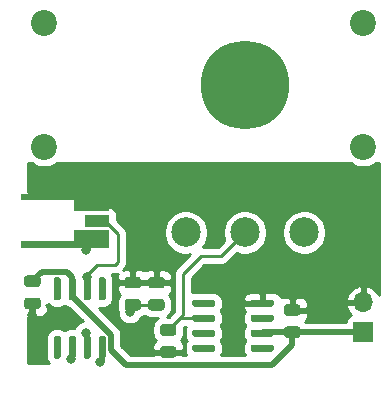
<source format=gtl>
G04 #@! TF.GenerationSoftware,KiCad,Pcbnew,(5.1.6-0-10_14)*
G04 #@! TF.CreationDate,2020-10-13T19:53:42+09:00*
G04 #@! TF.ProjectId,teabiscuits_compute,74656162-6973-4637-9569-74735f636f6d,rev?*
G04 #@! TF.SameCoordinates,Original*
G04 #@! TF.FileFunction,Copper,L1,Top*
G04 #@! TF.FilePolarity,Positive*
%FSLAX46Y46*%
G04 Gerber Fmt 4.6, Leading zero omitted, Abs format (unit mm)*
G04 Created by KiCad (PCBNEW (5.1.6-0-10_14)) date 2020-10-13 19:53:42*
%MOMM*%
%LPD*%
G01*
G04 APERTURE LIST*
G04 #@! TA.AperFunction,ComponentPad*
%ADD10C,2.500000*%
G04 #@! TD*
G04 #@! TA.AperFunction,ComponentPad*
%ADD11C,7.500000*%
G04 #@! TD*
G04 #@! TA.AperFunction,SMDPad,CuDef*
%ADD12C,0.100000*%
G04 #@! TD*
G04 #@! TA.AperFunction,SMDPad,CuDef*
%ADD13R,2.100000X1.100000*%
G04 #@! TD*
G04 #@! TA.AperFunction,ComponentPad*
%ADD14O,1.700000X1.700000*%
G04 #@! TD*
G04 #@! TA.AperFunction,ComponentPad*
%ADD15R,1.700000X1.700000*%
G04 #@! TD*
G04 #@! TA.AperFunction,ViaPad*
%ADD16C,2.200000*%
G04 #@! TD*
G04 #@! TA.AperFunction,ViaPad*
%ADD17C,0.800000*%
G04 #@! TD*
G04 #@! TA.AperFunction,Conductor*
%ADD18C,0.500000*%
G04 #@! TD*
G04 #@! TA.AperFunction,Conductor*
%ADD19C,0.250000*%
G04 #@! TD*
G04 #@! TA.AperFunction,Conductor*
%ADD20C,0.254000*%
G04 #@! TD*
G04 APERTURE END LIST*
D10*
X156500000Y-165750000D03*
X161500000Y-165750000D03*
X151500000Y-165750000D03*
D11*
X156500000Y-153250000D03*
G04 #@! TA.AperFunction,SMDPad,CuDef*
G36*
G01*
X153975000Y-175390000D02*
X153975000Y-175690000D01*
G75*
G02*
X153825000Y-175840000I-150000J0D01*
G01*
X152175000Y-175840000D01*
G75*
G02*
X152025000Y-175690000I0J150000D01*
G01*
X152025000Y-175390000D01*
G75*
G02*
X152175000Y-175240000I150000J0D01*
G01*
X153825000Y-175240000D01*
G75*
G02*
X153975000Y-175390000I0J-150000D01*
G01*
G37*
G04 #@! TD.AperFunction*
G04 #@! TA.AperFunction,SMDPad,CuDef*
G36*
G01*
X153975000Y-174120000D02*
X153975000Y-174420000D01*
G75*
G02*
X153825000Y-174570000I-150000J0D01*
G01*
X152175000Y-174570000D01*
G75*
G02*
X152025000Y-174420000I0J150000D01*
G01*
X152025000Y-174120000D01*
G75*
G02*
X152175000Y-173970000I150000J0D01*
G01*
X153825000Y-173970000D01*
G75*
G02*
X153975000Y-174120000I0J-150000D01*
G01*
G37*
G04 #@! TD.AperFunction*
G04 #@! TA.AperFunction,SMDPad,CuDef*
G36*
G01*
X153975000Y-172850000D02*
X153975000Y-173150000D01*
G75*
G02*
X153825000Y-173300000I-150000J0D01*
G01*
X152175000Y-173300000D01*
G75*
G02*
X152025000Y-173150000I0J150000D01*
G01*
X152025000Y-172850000D01*
G75*
G02*
X152175000Y-172700000I150000J0D01*
G01*
X153825000Y-172700000D01*
G75*
G02*
X153975000Y-172850000I0J-150000D01*
G01*
G37*
G04 #@! TD.AperFunction*
G04 #@! TA.AperFunction,SMDPad,CuDef*
G36*
G01*
X153975000Y-171580000D02*
X153975000Y-171880000D01*
G75*
G02*
X153825000Y-172030000I-150000J0D01*
G01*
X152175000Y-172030000D01*
G75*
G02*
X152025000Y-171880000I0J150000D01*
G01*
X152025000Y-171580000D01*
G75*
G02*
X152175000Y-171430000I150000J0D01*
G01*
X153825000Y-171430000D01*
G75*
G02*
X153975000Y-171580000I0J-150000D01*
G01*
G37*
G04 #@! TD.AperFunction*
G04 #@! TA.AperFunction,SMDPad,CuDef*
G36*
G01*
X158925000Y-171580000D02*
X158925000Y-171880000D01*
G75*
G02*
X158775000Y-172030000I-150000J0D01*
G01*
X157125000Y-172030000D01*
G75*
G02*
X156975000Y-171880000I0J150000D01*
G01*
X156975000Y-171580000D01*
G75*
G02*
X157125000Y-171430000I150000J0D01*
G01*
X158775000Y-171430000D01*
G75*
G02*
X158925000Y-171580000I0J-150000D01*
G01*
G37*
G04 #@! TD.AperFunction*
G04 #@! TA.AperFunction,SMDPad,CuDef*
G36*
G01*
X158925000Y-172850000D02*
X158925000Y-173150000D01*
G75*
G02*
X158775000Y-173300000I-150000J0D01*
G01*
X157125000Y-173300000D01*
G75*
G02*
X156975000Y-173150000I0J150000D01*
G01*
X156975000Y-172850000D01*
G75*
G02*
X157125000Y-172700000I150000J0D01*
G01*
X158775000Y-172700000D01*
G75*
G02*
X158925000Y-172850000I0J-150000D01*
G01*
G37*
G04 #@! TD.AperFunction*
G04 #@! TA.AperFunction,SMDPad,CuDef*
G36*
G01*
X158925000Y-174120000D02*
X158925000Y-174420000D01*
G75*
G02*
X158775000Y-174570000I-150000J0D01*
G01*
X157125000Y-174570000D01*
G75*
G02*
X156975000Y-174420000I0J150000D01*
G01*
X156975000Y-174120000D01*
G75*
G02*
X157125000Y-173970000I150000J0D01*
G01*
X158775000Y-173970000D01*
G75*
G02*
X158925000Y-174120000I0J-150000D01*
G01*
G37*
G04 #@! TD.AperFunction*
G04 #@! TA.AperFunction,SMDPad,CuDef*
G36*
G01*
X158925000Y-175390000D02*
X158925000Y-175690000D01*
G75*
G02*
X158775000Y-175840000I-150000J0D01*
G01*
X157125000Y-175840000D01*
G75*
G02*
X156975000Y-175690000I0J150000D01*
G01*
X156975000Y-175390000D01*
G75*
G02*
X157125000Y-175240000I150000J0D01*
G01*
X158775000Y-175240000D01*
G75*
G02*
X158925000Y-175390000I0J-150000D01*
G01*
G37*
G04 #@! TD.AperFunction*
G04 #@! TA.AperFunction,SMDPad,CuDef*
G36*
G01*
X140745000Y-171500000D02*
X140445000Y-171500000D01*
G75*
G02*
X140295000Y-171350000I0J150000D01*
G01*
X140295000Y-169700000D01*
G75*
G02*
X140445000Y-169550000I150000J0D01*
G01*
X140745000Y-169550000D01*
G75*
G02*
X140895000Y-169700000I0J-150000D01*
G01*
X140895000Y-171350000D01*
G75*
G02*
X140745000Y-171500000I-150000J0D01*
G01*
G37*
G04 #@! TD.AperFunction*
G04 #@! TA.AperFunction,SMDPad,CuDef*
G36*
G01*
X142015000Y-171500000D02*
X141715000Y-171500000D01*
G75*
G02*
X141565000Y-171350000I0J150000D01*
G01*
X141565000Y-169700000D01*
G75*
G02*
X141715000Y-169550000I150000J0D01*
G01*
X142015000Y-169550000D01*
G75*
G02*
X142165000Y-169700000I0J-150000D01*
G01*
X142165000Y-171350000D01*
G75*
G02*
X142015000Y-171500000I-150000J0D01*
G01*
G37*
G04 #@! TD.AperFunction*
G04 #@! TA.AperFunction,SMDPad,CuDef*
G36*
G01*
X143285000Y-171500000D02*
X142985000Y-171500000D01*
G75*
G02*
X142835000Y-171350000I0J150000D01*
G01*
X142835000Y-169700000D01*
G75*
G02*
X142985000Y-169550000I150000J0D01*
G01*
X143285000Y-169550000D01*
G75*
G02*
X143435000Y-169700000I0J-150000D01*
G01*
X143435000Y-171350000D01*
G75*
G02*
X143285000Y-171500000I-150000J0D01*
G01*
G37*
G04 #@! TD.AperFunction*
G04 #@! TA.AperFunction,SMDPad,CuDef*
G36*
G01*
X144555000Y-171500000D02*
X144255000Y-171500000D01*
G75*
G02*
X144105000Y-171350000I0J150000D01*
G01*
X144105000Y-169700000D01*
G75*
G02*
X144255000Y-169550000I150000J0D01*
G01*
X144555000Y-169550000D01*
G75*
G02*
X144705000Y-169700000I0J-150000D01*
G01*
X144705000Y-171350000D01*
G75*
G02*
X144555000Y-171500000I-150000J0D01*
G01*
G37*
G04 #@! TD.AperFunction*
G04 #@! TA.AperFunction,SMDPad,CuDef*
G36*
G01*
X144555000Y-176450000D02*
X144255000Y-176450000D01*
G75*
G02*
X144105000Y-176300000I0J150000D01*
G01*
X144105000Y-174650000D01*
G75*
G02*
X144255000Y-174500000I150000J0D01*
G01*
X144555000Y-174500000D01*
G75*
G02*
X144705000Y-174650000I0J-150000D01*
G01*
X144705000Y-176300000D01*
G75*
G02*
X144555000Y-176450000I-150000J0D01*
G01*
G37*
G04 #@! TD.AperFunction*
G04 #@! TA.AperFunction,SMDPad,CuDef*
G36*
G01*
X143285000Y-176450000D02*
X142985000Y-176450000D01*
G75*
G02*
X142835000Y-176300000I0J150000D01*
G01*
X142835000Y-174650000D01*
G75*
G02*
X142985000Y-174500000I150000J0D01*
G01*
X143285000Y-174500000D01*
G75*
G02*
X143435000Y-174650000I0J-150000D01*
G01*
X143435000Y-176300000D01*
G75*
G02*
X143285000Y-176450000I-150000J0D01*
G01*
G37*
G04 #@! TD.AperFunction*
G04 #@! TA.AperFunction,SMDPad,CuDef*
G36*
G01*
X142015000Y-176450000D02*
X141715000Y-176450000D01*
G75*
G02*
X141565000Y-176300000I0J150000D01*
G01*
X141565000Y-174650000D01*
G75*
G02*
X141715000Y-174500000I150000J0D01*
G01*
X142015000Y-174500000D01*
G75*
G02*
X142165000Y-174650000I0J-150000D01*
G01*
X142165000Y-176300000D01*
G75*
G02*
X142015000Y-176450000I-150000J0D01*
G01*
G37*
G04 #@! TD.AperFunction*
G04 #@! TA.AperFunction,SMDPad,CuDef*
G36*
G01*
X140745000Y-176450000D02*
X140445000Y-176450000D01*
G75*
G02*
X140295000Y-176300000I0J150000D01*
G01*
X140295000Y-174650000D01*
G75*
G02*
X140445000Y-174500000I150000J0D01*
G01*
X140745000Y-174500000D01*
G75*
G02*
X140895000Y-174650000I0J-150000D01*
G01*
X140895000Y-176300000D01*
G75*
G02*
X140745000Y-176450000I-150000J0D01*
G01*
G37*
G04 #@! TD.AperFunction*
G04 #@! TA.AperFunction,SMDPad,CuDef*
G36*
G01*
X147456250Y-170487500D02*
X146543750Y-170487500D01*
G75*
G02*
X146300000Y-170243750I0J243750D01*
G01*
X146300000Y-169756250D01*
G75*
G02*
X146543750Y-169512500I243750J0D01*
G01*
X147456250Y-169512500D01*
G75*
G02*
X147700000Y-169756250I0J-243750D01*
G01*
X147700000Y-170243750D01*
G75*
G02*
X147456250Y-170487500I-243750J0D01*
G01*
G37*
G04 #@! TD.AperFunction*
G04 #@! TA.AperFunction,SMDPad,CuDef*
G36*
G01*
X147456250Y-172362500D02*
X146543750Y-172362500D01*
G75*
G02*
X146300000Y-172118750I0J243750D01*
G01*
X146300000Y-171631250D01*
G75*
G02*
X146543750Y-171387500I243750J0D01*
G01*
X147456250Y-171387500D01*
G75*
G02*
X147700000Y-171631250I0J-243750D01*
G01*
X147700000Y-172118750D01*
G75*
G02*
X147456250Y-172362500I-243750J0D01*
G01*
G37*
G04 #@! TD.AperFunction*
G04 #@! TA.AperFunction,SMDPad,CuDef*
D12*
G36*
X145000000Y-167050000D02*
G01*
X137500000Y-167050000D01*
X137500000Y-166500000D01*
X142000000Y-166500000D01*
X142000000Y-165570000D01*
X145000000Y-165570000D01*
X145000000Y-167050000D01*
G37*
G04 #@! TD.AperFunction*
G04 #@! TA.AperFunction,SMDPad,CuDef*
G36*
X145000000Y-163930000D02*
G01*
X142000000Y-163930000D01*
X142000000Y-163000000D01*
X137500000Y-163000000D01*
X137500000Y-162450000D01*
X145000000Y-162450000D01*
X145000000Y-163930000D01*
G37*
G04 #@! TD.AperFunction*
D13*
X143950000Y-164750000D03*
D14*
X166500000Y-171670000D03*
D15*
X166500000Y-174210000D03*
G04 #@! TA.AperFunction,SMDPad,CuDef*
G36*
G01*
X149543750Y-175387500D02*
X150456250Y-175387500D01*
G75*
G02*
X150700000Y-175631250I0J-243750D01*
G01*
X150700000Y-176118750D01*
G75*
G02*
X150456250Y-176362500I-243750J0D01*
G01*
X149543750Y-176362500D01*
G75*
G02*
X149300000Y-176118750I0J243750D01*
G01*
X149300000Y-175631250D01*
G75*
G02*
X149543750Y-175387500I243750J0D01*
G01*
G37*
G04 #@! TD.AperFunction*
G04 #@! TA.AperFunction,SMDPad,CuDef*
G36*
G01*
X149543750Y-173512500D02*
X150456250Y-173512500D01*
G75*
G02*
X150700000Y-173756250I0J-243750D01*
G01*
X150700000Y-174243750D01*
G75*
G02*
X150456250Y-174487500I-243750J0D01*
G01*
X149543750Y-174487500D01*
G75*
G02*
X149300000Y-174243750I0J243750D01*
G01*
X149300000Y-173756250D01*
G75*
G02*
X149543750Y-173512500I243750J0D01*
G01*
G37*
G04 #@! TD.AperFunction*
G04 #@! TA.AperFunction,SMDPad,CuDef*
G36*
G01*
X160956250Y-172800000D02*
X160043750Y-172800000D01*
G75*
G02*
X159800000Y-172556250I0J243750D01*
G01*
X159800000Y-172068750D01*
G75*
G02*
X160043750Y-171825000I243750J0D01*
G01*
X160956250Y-171825000D01*
G75*
G02*
X161200000Y-172068750I0J-243750D01*
G01*
X161200000Y-172556250D01*
G75*
G02*
X160956250Y-172800000I-243750J0D01*
G01*
G37*
G04 #@! TD.AperFunction*
G04 #@! TA.AperFunction,SMDPad,CuDef*
G36*
G01*
X160956250Y-174675000D02*
X160043750Y-174675000D01*
G75*
G02*
X159800000Y-174431250I0J243750D01*
G01*
X159800000Y-173943750D01*
G75*
G02*
X160043750Y-173700000I243750J0D01*
G01*
X160956250Y-173700000D01*
G75*
G02*
X161200000Y-173943750I0J-243750D01*
G01*
X161200000Y-174431250D01*
G75*
G02*
X160956250Y-174675000I-243750J0D01*
G01*
G37*
G04 #@! TD.AperFunction*
G04 #@! TA.AperFunction,SMDPad,CuDef*
G36*
G01*
X138043750Y-171262500D02*
X138956250Y-171262500D01*
G75*
G02*
X139200000Y-171506250I0J-243750D01*
G01*
X139200000Y-171993750D01*
G75*
G02*
X138956250Y-172237500I-243750J0D01*
G01*
X138043750Y-172237500D01*
G75*
G02*
X137800000Y-171993750I0J243750D01*
G01*
X137800000Y-171506250D01*
G75*
G02*
X138043750Y-171262500I243750J0D01*
G01*
G37*
G04 #@! TD.AperFunction*
G04 #@! TA.AperFunction,SMDPad,CuDef*
G36*
G01*
X138043750Y-169387500D02*
X138956250Y-169387500D01*
G75*
G02*
X139200000Y-169631250I0J-243750D01*
G01*
X139200000Y-170118750D01*
G75*
G02*
X138956250Y-170362500I-243750J0D01*
G01*
X138043750Y-170362500D01*
G75*
G02*
X137800000Y-170118750I0J243750D01*
G01*
X137800000Y-169631250D01*
G75*
G02*
X138043750Y-169387500I243750J0D01*
G01*
G37*
G04 #@! TD.AperFunction*
G04 #@! TA.AperFunction,SMDPad,CuDef*
G36*
G01*
X149456250Y-170487500D02*
X148543750Y-170487500D01*
G75*
G02*
X148300000Y-170243750I0J243750D01*
G01*
X148300000Y-169756250D01*
G75*
G02*
X148543750Y-169512500I243750J0D01*
G01*
X149456250Y-169512500D01*
G75*
G02*
X149700000Y-169756250I0J-243750D01*
G01*
X149700000Y-170243750D01*
G75*
G02*
X149456250Y-170487500I-243750J0D01*
G01*
G37*
G04 #@! TD.AperFunction*
G04 #@! TA.AperFunction,SMDPad,CuDef*
G36*
G01*
X149456250Y-172362500D02*
X148543750Y-172362500D01*
G75*
G02*
X148300000Y-172118750I0J243750D01*
G01*
X148300000Y-171631250D01*
G75*
G02*
X148543750Y-171387500I243750J0D01*
G01*
X149456250Y-171387500D01*
G75*
G02*
X149700000Y-171631250I0J-243750D01*
G01*
X149700000Y-172118750D01*
G75*
G02*
X149456250Y-172362500I-243750J0D01*
G01*
G37*
G04 #@! TD.AperFunction*
D16*
X166500000Y-148000000D03*
X139500000Y-148000000D03*
X166500000Y-158500000D03*
X139500000Y-158500000D03*
D17*
X143000000Y-167250000D03*
X138500000Y-172750000D03*
X144250000Y-176750000D03*
X143000000Y-174250000D03*
X146750000Y-172500000D03*
X141750000Y-176500000D03*
X143135000Y-169500000D03*
D18*
X160522500Y-174210000D02*
X160500000Y-174187500D01*
X166500000Y-174210000D02*
X160522500Y-174210000D01*
X158032500Y-174187500D02*
X157950000Y-174270000D01*
X160500000Y-174187500D02*
X158032500Y-174187500D01*
X160500000Y-174187500D02*
X160500000Y-175250000D01*
X160500000Y-175250000D02*
X158750000Y-177000000D01*
X145155010Y-174401466D02*
X141865000Y-171111456D01*
X141865000Y-171111456D02*
X141865000Y-170525000D01*
X145155010Y-175711136D02*
X145155010Y-174401466D01*
X146443874Y-177000000D02*
X145155010Y-175711136D01*
X158750000Y-177000000D02*
X146443874Y-177000000D01*
X141414990Y-169099990D02*
X141865000Y-169550000D01*
X141865000Y-169550000D02*
X141865000Y-170525000D01*
X139275010Y-169099990D02*
X141414990Y-169099990D01*
X138500000Y-169875000D02*
X139275010Y-169099990D01*
X143500000Y-166750000D02*
X143000000Y-167250000D01*
X143500000Y-166310000D02*
X143500000Y-166750000D01*
X138500000Y-171750000D02*
X138500000Y-172750000D01*
X144405000Y-176595000D02*
X144250000Y-176750000D01*
X144405000Y-175475000D02*
X144405000Y-176595000D01*
D19*
X143135000Y-174385000D02*
X143000000Y-174250000D01*
X143135000Y-175475000D02*
X143135000Y-174385000D01*
X146750000Y-172125000D02*
X147000000Y-171875000D01*
X146750000Y-172500000D02*
X146750000Y-172125000D01*
X149000000Y-171875000D02*
X147000000Y-171875000D01*
X143135000Y-169365000D02*
X143135000Y-170525000D01*
X144000000Y-168500000D02*
X143135000Y-169365000D01*
X143950000Y-164750000D02*
X144639636Y-164750000D01*
X145750000Y-165860364D02*
X145750000Y-168250000D01*
X145750000Y-168250000D02*
X145500000Y-168500000D01*
X145500000Y-168500000D02*
X144000000Y-168500000D01*
X144639636Y-164750000D02*
X145750000Y-165860364D01*
X141865000Y-176385000D02*
X141750000Y-176500000D01*
X141865000Y-175475000D02*
X141865000Y-176385000D01*
X151000000Y-173000000D02*
X153000000Y-173000000D01*
X150000000Y-174000000D02*
X151000000Y-173000000D01*
X150000000Y-174000000D02*
X151250000Y-172750000D01*
X151250000Y-172750000D02*
X151250000Y-169250000D01*
X151250000Y-169250000D02*
X152750000Y-167750000D01*
X154500000Y-167750000D02*
X156500000Y-165750000D01*
X152750000Y-167750000D02*
X154500000Y-167750000D01*
D20*
G36*
X138627000Y-171623000D02*
G01*
X138647000Y-171623000D01*
X138647000Y-171877000D01*
X138627000Y-171877000D01*
X138627000Y-172713750D01*
X138785750Y-172872500D01*
X139200000Y-172875572D01*
X139324482Y-172863312D01*
X139444180Y-172827002D01*
X139554494Y-172768037D01*
X139651185Y-172688685D01*
X139730537Y-172591994D01*
X139789502Y-172481680D01*
X139825812Y-172361982D01*
X139838072Y-172237500D01*
X139835000Y-172035750D01*
X139676252Y-171877002D01*
X139835000Y-171877002D01*
X139835000Y-171842976D01*
X139887749Y-171907251D01*
X140007171Y-172005258D01*
X140143418Y-172078084D01*
X140291255Y-172122929D01*
X140445000Y-172138072D01*
X140745000Y-172138072D01*
X140898745Y-172122929D01*
X141046582Y-172078084D01*
X141182829Y-172005258D01*
X141230000Y-171966546D01*
X141277171Y-172005258D01*
X141413418Y-172078084D01*
X141561255Y-172122929D01*
X141631848Y-172129882D01*
X142747011Y-173245045D01*
X142698102Y-173254774D01*
X142509744Y-173332795D01*
X142340226Y-173446063D01*
X142196063Y-173590226D01*
X142082795Y-173759744D01*
X142039470Y-173864338D01*
X142015000Y-173861928D01*
X141715000Y-173861928D01*
X141561255Y-173877071D01*
X141413418Y-173921916D01*
X141277171Y-173994742D01*
X141230000Y-174033454D01*
X141182829Y-173994742D01*
X141046582Y-173921916D01*
X140898745Y-173877071D01*
X140745000Y-173861928D01*
X140445000Y-173861928D01*
X140291255Y-173877071D01*
X140143418Y-173921916D01*
X140007171Y-173994742D01*
X139887749Y-174092749D01*
X139789742Y-174212171D01*
X139716916Y-174348418D01*
X139672071Y-174496255D01*
X139656928Y-174650000D01*
X139656928Y-176300000D01*
X139672071Y-176453745D01*
X139716916Y-176601582D01*
X139789742Y-176737829D01*
X139873591Y-176840000D01*
X138160000Y-176840000D01*
X138160000Y-172872902D01*
X138214250Y-172872500D01*
X138373000Y-172713750D01*
X138373000Y-171877000D01*
X138353000Y-171877000D01*
X138353000Y-171623000D01*
X138373000Y-171623000D01*
X138373000Y-171603000D01*
X138627000Y-171603000D01*
X138627000Y-171623000D01*
G37*
X138627000Y-171623000D02*
X138647000Y-171623000D01*
X138647000Y-171877000D01*
X138627000Y-171877000D01*
X138627000Y-172713750D01*
X138785750Y-172872500D01*
X139200000Y-172875572D01*
X139324482Y-172863312D01*
X139444180Y-172827002D01*
X139554494Y-172768037D01*
X139651185Y-172688685D01*
X139730537Y-172591994D01*
X139789502Y-172481680D01*
X139825812Y-172361982D01*
X139838072Y-172237500D01*
X139835000Y-172035750D01*
X139676252Y-171877002D01*
X139835000Y-171877002D01*
X139835000Y-171842976D01*
X139887749Y-171907251D01*
X140007171Y-172005258D01*
X140143418Y-172078084D01*
X140291255Y-172122929D01*
X140445000Y-172138072D01*
X140745000Y-172138072D01*
X140898745Y-172122929D01*
X141046582Y-172078084D01*
X141182829Y-172005258D01*
X141230000Y-171966546D01*
X141277171Y-172005258D01*
X141413418Y-172078084D01*
X141561255Y-172122929D01*
X141631848Y-172129882D01*
X142747011Y-173245045D01*
X142698102Y-173254774D01*
X142509744Y-173332795D01*
X142340226Y-173446063D01*
X142196063Y-173590226D01*
X142082795Y-173759744D01*
X142039470Y-173864338D01*
X142015000Y-173861928D01*
X141715000Y-173861928D01*
X141561255Y-173877071D01*
X141413418Y-173921916D01*
X141277171Y-173994742D01*
X141230000Y-174033454D01*
X141182829Y-173994742D01*
X141046582Y-173921916D01*
X140898745Y-173877071D01*
X140745000Y-173861928D01*
X140445000Y-173861928D01*
X140291255Y-173877071D01*
X140143418Y-173921916D01*
X140007171Y-173994742D01*
X139887749Y-174092749D01*
X139789742Y-174212171D01*
X139716916Y-174348418D01*
X139672071Y-174496255D01*
X139656928Y-174650000D01*
X139656928Y-176300000D01*
X139672071Y-176453745D01*
X139716916Y-176601582D01*
X139789742Y-176737829D01*
X139873591Y-176840000D01*
X138160000Y-176840000D01*
X138160000Y-172872902D01*
X138214250Y-172872500D01*
X138373000Y-172713750D01*
X138373000Y-171877000D01*
X138353000Y-171877000D01*
X138353000Y-171623000D01*
X138373000Y-171623000D01*
X138373000Y-171603000D01*
X138627000Y-171603000D01*
X138627000Y-171623000D01*
G36*
X138678169Y-160037537D02*
G01*
X138993919Y-160168325D01*
X139329117Y-160235000D01*
X139670883Y-160235000D01*
X140006081Y-160168325D01*
X140321831Y-160037537D01*
X140562092Y-159877000D01*
X165437908Y-159877000D01*
X165678169Y-160037537D01*
X165993919Y-160168325D01*
X166329117Y-160235000D01*
X166670883Y-160235000D01*
X167006081Y-160168325D01*
X167321831Y-160037537D01*
X167562092Y-159877000D01*
X167840001Y-159877000D01*
X167840000Y-171046599D01*
X167771641Y-170903080D01*
X167597588Y-170669731D01*
X167381355Y-170474822D01*
X167131252Y-170325843D01*
X166856891Y-170228519D01*
X166627000Y-170349186D01*
X166627000Y-171543000D01*
X166647000Y-171543000D01*
X166647000Y-171797000D01*
X166627000Y-171797000D01*
X166627000Y-171817000D01*
X166373000Y-171817000D01*
X166373000Y-171797000D01*
X165179845Y-171797000D01*
X165058524Y-172026890D01*
X165103175Y-172174099D01*
X165228359Y-172436920D01*
X165402412Y-172670269D01*
X165486466Y-172746034D01*
X165405820Y-172770498D01*
X165295506Y-172829463D01*
X165198815Y-172908815D01*
X165119463Y-173005506D01*
X165060498Y-173115820D01*
X165024188Y-173235518D01*
X165015375Y-173325000D01*
X161583725Y-173325000D01*
X161579792Y-173320208D01*
X161573436Y-173314992D01*
X161651185Y-173251185D01*
X161730537Y-173154494D01*
X161789502Y-173044180D01*
X161825812Y-172924482D01*
X161838072Y-172800000D01*
X161835000Y-172598250D01*
X161676250Y-172439500D01*
X160627000Y-172439500D01*
X160627000Y-172459500D01*
X160373000Y-172459500D01*
X160373000Y-172439500D01*
X160353000Y-172439500D01*
X160353000Y-172185500D01*
X160373000Y-172185500D01*
X160373000Y-171348750D01*
X160627000Y-171348750D01*
X160627000Y-172185500D01*
X161676250Y-172185500D01*
X161835000Y-172026750D01*
X161838072Y-171825000D01*
X161825812Y-171700518D01*
X161789502Y-171580820D01*
X161730537Y-171470506D01*
X161651185Y-171373815D01*
X161577216Y-171313110D01*
X165058524Y-171313110D01*
X165179845Y-171543000D01*
X166373000Y-171543000D01*
X166373000Y-170349186D01*
X166143109Y-170228519D01*
X165868748Y-170325843D01*
X165618645Y-170474822D01*
X165402412Y-170669731D01*
X165228359Y-170903080D01*
X165103175Y-171165901D01*
X165058524Y-171313110D01*
X161577216Y-171313110D01*
X161554494Y-171294463D01*
X161444180Y-171235498D01*
X161324482Y-171199188D01*
X161200000Y-171186928D01*
X160785750Y-171190000D01*
X160627000Y-171348750D01*
X160373000Y-171348750D01*
X160214250Y-171190000D01*
X159800000Y-171186928D01*
X159675518Y-171199188D01*
X159555820Y-171235498D01*
X159533234Y-171247571D01*
X159514502Y-171185820D01*
X159455537Y-171075506D01*
X159376185Y-170978815D01*
X159279494Y-170899463D01*
X159169180Y-170840498D01*
X159049482Y-170804188D01*
X158925000Y-170791928D01*
X158235750Y-170795000D01*
X158077000Y-170953750D01*
X158077000Y-171603000D01*
X158097000Y-171603000D01*
X158097000Y-171857000D01*
X158077000Y-171857000D01*
X158077000Y-171877000D01*
X157823000Y-171877000D01*
X157823000Y-171857000D01*
X156498750Y-171857000D01*
X156340000Y-172015750D01*
X156336928Y-172030000D01*
X156349188Y-172154482D01*
X156385498Y-172274180D01*
X156444463Y-172384494D01*
X156468730Y-172414064D01*
X156396916Y-172548418D01*
X156352071Y-172696255D01*
X156336928Y-172850000D01*
X156336928Y-173150000D01*
X156352071Y-173303745D01*
X156396916Y-173451582D01*
X156469742Y-173587829D01*
X156508454Y-173635000D01*
X156469742Y-173682171D01*
X156396916Y-173818418D01*
X156352071Y-173966255D01*
X156336928Y-174120000D01*
X156336928Y-174420000D01*
X156352071Y-174573745D01*
X156396916Y-174721582D01*
X156469742Y-174857829D01*
X156508454Y-174905000D01*
X156469742Y-174952171D01*
X156396916Y-175088418D01*
X156352071Y-175236255D01*
X156336928Y-175390000D01*
X156336928Y-175690000D01*
X156352071Y-175843745D01*
X156396916Y-175991582D01*
X156462885Y-176115000D01*
X154487115Y-176115000D01*
X154553084Y-175991582D01*
X154597929Y-175843745D01*
X154613072Y-175690000D01*
X154613072Y-175390000D01*
X154597929Y-175236255D01*
X154553084Y-175088418D01*
X154480258Y-174952171D01*
X154441546Y-174905000D01*
X154480258Y-174857829D01*
X154553084Y-174721582D01*
X154597929Y-174573745D01*
X154613072Y-174420000D01*
X154613072Y-174120000D01*
X154597929Y-173966255D01*
X154553084Y-173818418D01*
X154480258Y-173682171D01*
X154441546Y-173635000D01*
X154480258Y-173587829D01*
X154553084Y-173451582D01*
X154597929Y-173303745D01*
X154613072Y-173150000D01*
X154613072Y-172850000D01*
X154597929Y-172696255D01*
X154553084Y-172548418D01*
X154480258Y-172412171D01*
X154441546Y-172365000D01*
X154480258Y-172317829D01*
X154553084Y-172181582D01*
X154597929Y-172033745D01*
X154613072Y-171880000D01*
X154613072Y-171580000D01*
X154598298Y-171430000D01*
X156336928Y-171430000D01*
X156340000Y-171444250D01*
X156498750Y-171603000D01*
X157823000Y-171603000D01*
X157823000Y-170953750D01*
X157664250Y-170795000D01*
X156975000Y-170791928D01*
X156850518Y-170804188D01*
X156730820Y-170840498D01*
X156620506Y-170899463D01*
X156523815Y-170978815D01*
X156444463Y-171075506D01*
X156385498Y-171185820D01*
X156349188Y-171305518D01*
X156336928Y-171430000D01*
X154598298Y-171430000D01*
X154597929Y-171426255D01*
X154553084Y-171278418D01*
X154480258Y-171142171D01*
X154382251Y-171022749D01*
X154262829Y-170924742D01*
X154126582Y-170851916D01*
X153978745Y-170807071D01*
X153825000Y-170791928D01*
X152175000Y-170791928D01*
X152021255Y-170807071D01*
X152010000Y-170810485D01*
X152010000Y-169564801D01*
X153064802Y-168510000D01*
X154462678Y-168510000D01*
X154500000Y-168513676D01*
X154537322Y-168510000D01*
X154537333Y-168510000D01*
X154648986Y-168499003D01*
X154792247Y-168455546D01*
X154924276Y-168384974D01*
X155040001Y-168290001D01*
X155063804Y-168260997D01*
X155817282Y-167507519D01*
X155950166Y-167562561D01*
X156314344Y-167635000D01*
X156685656Y-167635000D01*
X157049834Y-167562561D01*
X157392882Y-167420466D01*
X157701618Y-167214175D01*
X157964175Y-166951618D01*
X158170466Y-166642882D01*
X158312561Y-166299834D01*
X158385000Y-165935656D01*
X158385000Y-165564344D01*
X159615000Y-165564344D01*
X159615000Y-165935656D01*
X159687439Y-166299834D01*
X159829534Y-166642882D01*
X160035825Y-166951618D01*
X160298382Y-167214175D01*
X160607118Y-167420466D01*
X160950166Y-167562561D01*
X161314344Y-167635000D01*
X161685656Y-167635000D01*
X162049834Y-167562561D01*
X162392882Y-167420466D01*
X162701618Y-167214175D01*
X162964175Y-166951618D01*
X163170466Y-166642882D01*
X163312561Y-166299834D01*
X163385000Y-165935656D01*
X163385000Y-165564344D01*
X163312561Y-165200166D01*
X163170466Y-164857118D01*
X162964175Y-164548382D01*
X162701618Y-164285825D01*
X162392882Y-164079534D01*
X162049834Y-163937439D01*
X161685656Y-163865000D01*
X161314344Y-163865000D01*
X160950166Y-163937439D01*
X160607118Y-164079534D01*
X160298382Y-164285825D01*
X160035825Y-164548382D01*
X159829534Y-164857118D01*
X159687439Y-165200166D01*
X159615000Y-165564344D01*
X158385000Y-165564344D01*
X158312561Y-165200166D01*
X158170466Y-164857118D01*
X157964175Y-164548382D01*
X157701618Y-164285825D01*
X157392882Y-164079534D01*
X157049834Y-163937439D01*
X156685656Y-163865000D01*
X156314344Y-163865000D01*
X155950166Y-163937439D01*
X155607118Y-164079534D01*
X155298382Y-164285825D01*
X155035825Y-164548382D01*
X154829534Y-164857118D01*
X154687439Y-165200166D01*
X154615000Y-165564344D01*
X154615000Y-165935656D01*
X154687439Y-166299834D01*
X154742481Y-166432718D01*
X154185199Y-166990000D01*
X152925793Y-166990000D01*
X152964175Y-166951618D01*
X153170466Y-166642882D01*
X153312561Y-166299834D01*
X153385000Y-165935656D01*
X153385000Y-165564344D01*
X153312561Y-165200166D01*
X153170466Y-164857118D01*
X152964175Y-164548382D01*
X152701618Y-164285825D01*
X152392882Y-164079534D01*
X152049834Y-163937439D01*
X151685656Y-163865000D01*
X151314344Y-163865000D01*
X150950166Y-163937439D01*
X150607118Y-164079534D01*
X150298382Y-164285825D01*
X150035825Y-164548382D01*
X149829534Y-164857118D01*
X149687439Y-165200166D01*
X149615000Y-165564344D01*
X149615000Y-165935656D01*
X149687439Y-166299834D01*
X149829534Y-166642882D01*
X150035825Y-166951618D01*
X150298382Y-167214175D01*
X150607118Y-167420466D01*
X150950166Y-167562561D01*
X151314344Y-167635000D01*
X151685656Y-167635000D01*
X151816156Y-167609042D01*
X150738998Y-168686201D01*
X150710000Y-168709999D01*
X150686202Y-168738997D01*
X150686201Y-168738998D01*
X150615026Y-168825724D01*
X150544454Y-168957754D01*
X150514670Y-169055942D01*
X150509571Y-169072754D01*
X150500998Y-169101015D01*
X150486324Y-169250000D01*
X150490001Y-169287332D01*
X150490000Y-172435198D01*
X150488998Y-172436200D01*
X150459999Y-172459999D01*
X150436201Y-172488997D01*
X150050770Y-172874428D01*
X149904126Y-172874428D01*
X149946164Y-172851958D01*
X150079792Y-172742292D01*
X150189458Y-172608664D01*
X150270947Y-172456209D01*
X150321128Y-172290785D01*
X150338072Y-172118750D01*
X150338072Y-171631250D01*
X150321128Y-171459215D01*
X150270947Y-171293791D01*
X150189458Y-171141336D01*
X150079792Y-171007708D01*
X150073436Y-171002492D01*
X150151185Y-170938685D01*
X150230537Y-170841994D01*
X150289502Y-170731680D01*
X150325812Y-170611982D01*
X150338072Y-170487500D01*
X150335000Y-170285750D01*
X150176250Y-170127000D01*
X149127000Y-170127000D01*
X149127000Y-170147000D01*
X148873000Y-170147000D01*
X148873000Y-170127000D01*
X147127000Y-170127000D01*
X147127000Y-170147000D01*
X146873000Y-170147000D01*
X146873000Y-170127000D01*
X145823750Y-170127000D01*
X145665000Y-170285750D01*
X145661928Y-170487500D01*
X145674188Y-170611982D01*
X145710498Y-170731680D01*
X145769463Y-170841994D01*
X145848815Y-170938685D01*
X145926564Y-171002492D01*
X145920208Y-171007708D01*
X145810542Y-171141336D01*
X145729053Y-171293791D01*
X145678872Y-171459215D01*
X145661928Y-171631250D01*
X145661928Y-172118750D01*
X145678872Y-172290785D01*
X145715000Y-172409883D01*
X145715000Y-172601939D01*
X145754774Y-172801898D01*
X145832795Y-172990256D01*
X145946063Y-173159774D01*
X146090226Y-173303937D01*
X146259744Y-173417205D01*
X146448102Y-173495226D01*
X146648061Y-173535000D01*
X146851939Y-173535000D01*
X147051898Y-173495226D01*
X147240256Y-173417205D01*
X147409774Y-173303937D01*
X147553937Y-173159774D01*
X147667205Y-172990256D01*
X147675938Y-172969173D01*
X147793709Y-172933447D01*
X147946164Y-172851958D01*
X148000000Y-172807776D01*
X148053836Y-172851958D01*
X148206291Y-172933447D01*
X148371715Y-172983628D01*
X148543750Y-173000572D01*
X149095874Y-173000572D01*
X149053836Y-173023042D01*
X148920208Y-173132708D01*
X148810542Y-173266336D01*
X148729053Y-173418791D01*
X148678872Y-173584215D01*
X148661928Y-173756250D01*
X148661928Y-174243750D01*
X148678872Y-174415785D01*
X148729053Y-174581209D01*
X148810542Y-174733664D01*
X148920208Y-174867292D01*
X148926564Y-174872508D01*
X148848815Y-174936315D01*
X148769463Y-175033006D01*
X148710498Y-175143320D01*
X148674188Y-175263018D01*
X148661928Y-175387500D01*
X148665000Y-175589250D01*
X148823750Y-175748000D01*
X149873000Y-175748000D01*
X149873000Y-175728000D01*
X150127000Y-175728000D01*
X150127000Y-175748000D01*
X151176250Y-175748000D01*
X151335000Y-175589250D01*
X151338072Y-175387500D01*
X151325812Y-175263018D01*
X151289502Y-175143320D01*
X151230537Y-175033006D01*
X151151185Y-174936315D01*
X151073436Y-174872508D01*
X151079792Y-174867292D01*
X151189458Y-174733664D01*
X151270947Y-174581209D01*
X151321128Y-174415785D01*
X151338072Y-174243750D01*
X151338072Y-173760000D01*
X151478141Y-173760000D01*
X151446916Y-173818418D01*
X151402071Y-173966255D01*
X151386928Y-174120000D01*
X151386928Y-174420000D01*
X151402071Y-174573745D01*
X151446916Y-174721582D01*
X151519742Y-174857829D01*
X151558454Y-174905000D01*
X151519742Y-174952171D01*
X151446916Y-175088418D01*
X151402071Y-175236255D01*
X151386928Y-175390000D01*
X151386928Y-175690000D01*
X151402071Y-175843745D01*
X151446916Y-175991582D01*
X151512885Y-176115000D01*
X151289250Y-176115000D01*
X151176250Y-176002000D01*
X150127000Y-176002000D01*
X150127000Y-176022000D01*
X149873000Y-176022000D01*
X149873000Y-176002000D01*
X148823750Y-176002000D01*
X148710750Y-176115000D01*
X146810453Y-176115000D01*
X146040010Y-175344558D01*
X146040010Y-174444935D01*
X146044291Y-174401466D01*
X146040010Y-174357997D01*
X146040010Y-174357989D01*
X146027205Y-174227976D01*
X145976599Y-174061153D01*
X145894421Y-173907407D01*
X145845000Y-173847188D01*
X145811542Y-173806419D01*
X145811540Y-173806417D01*
X145783827Y-173772649D01*
X145750059Y-173744936D01*
X144130979Y-172125857D01*
X144255000Y-172138072D01*
X144555000Y-172138072D01*
X144708745Y-172122929D01*
X144856582Y-172078084D01*
X144992829Y-172005258D01*
X145112251Y-171907251D01*
X145210258Y-171787829D01*
X145283084Y-171651582D01*
X145327929Y-171503745D01*
X145343072Y-171350000D01*
X145343072Y-169700000D01*
X145327929Y-169546255D01*
X145283084Y-169398418D01*
X145210258Y-169262171D01*
X145208476Y-169260000D01*
X145462678Y-169260000D01*
X145500000Y-169263676D01*
X145537322Y-169260000D01*
X145537333Y-169260000D01*
X145648986Y-169249003D01*
X145734725Y-169222995D01*
X145710498Y-169268320D01*
X145674188Y-169388018D01*
X145661928Y-169512500D01*
X145665000Y-169714250D01*
X145823750Y-169873000D01*
X146873000Y-169873000D01*
X146873000Y-169036250D01*
X147127000Y-169036250D01*
X147127000Y-169873000D01*
X148873000Y-169873000D01*
X148873000Y-169036250D01*
X149127000Y-169036250D01*
X149127000Y-169873000D01*
X150176250Y-169873000D01*
X150335000Y-169714250D01*
X150338072Y-169512500D01*
X150325812Y-169388018D01*
X150289502Y-169268320D01*
X150230537Y-169158006D01*
X150151185Y-169061315D01*
X150054494Y-168981963D01*
X149944180Y-168922998D01*
X149824482Y-168886688D01*
X149700000Y-168874428D01*
X149285750Y-168877500D01*
X149127000Y-169036250D01*
X148873000Y-169036250D01*
X148714250Y-168877500D01*
X148300000Y-168874428D01*
X148175518Y-168886688D01*
X148055820Y-168922998D01*
X148000000Y-168952835D01*
X147944180Y-168922998D01*
X147824482Y-168886688D01*
X147700000Y-168874428D01*
X147285750Y-168877500D01*
X147127000Y-169036250D01*
X146873000Y-169036250D01*
X146714250Y-168877500D01*
X146300000Y-168874428D01*
X146189490Y-168885312D01*
X146261002Y-168813800D01*
X146290001Y-168790001D01*
X146384974Y-168674276D01*
X146455546Y-168542247D01*
X146499003Y-168398986D01*
X146510000Y-168287333D01*
X146510000Y-168287324D01*
X146513676Y-168250001D01*
X146510000Y-168212678D01*
X146510000Y-165897687D01*
X146513676Y-165860364D01*
X146510000Y-165823041D01*
X146510000Y-165823031D01*
X146499003Y-165711378D01*
X146455546Y-165568117D01*
X146384974Y-165436088D01*
X146290001Y-165320363D01*
X146261004Y-165296566D01*
X145638072Y-164673635D01*
X145638072Y-164200000D01*
X145625812Y-164075518D01*
X145589502Y-163955820D01*
X145530537Y-163845506D01*
X145451185Y-163748815D01*
X145354494Y-163669463D01*
X145244180Y-163610498D01*
X145124482Y-163574188D01*
X145000000Y-163561928D01*
X142900000Y-163561928D01*
X142775518Y-163574188D01*
X142685000Y-163601646D01*
X142685000Y-163033647D01*
X142688314Y-163000000D01*
X142675088Y-162865717D01*
X142635919Y-162736594D01*
X142572312Y-162617593D01*
X142486711Y-162513289D01*
X142382407Y-162427688D01*
X142263406Y-162364081D01*
X142134283Y-162324912D01*
X142033647Y-162315000D01*
X142000000Y-162311686D01*
X141966353Y-162315000D01*
X138160000Y-162315000D01*
X138160000Y-159877000D01*
X138437908Y-159877000D01*
X138678169Y-160037537D01*
G37*
X138678169Y-160037537D02*
X138993919Y-160168325D01*
X139329117Y-160235000D01*
X139670883Y-160235000D01*
X140006081Y-160168325D01*
X140321831Y-160037537D01*
X140562092Y-159877000D01*
X165437908Y-159877000D01*
X165678169Y-160037537D01*
X165993919Y-160168325D01*
X166329117Y-160235000D01*
X166670883Y-160235000D01*
X167006081Y-160168325D01*
X167321831Y-160037537D01*
X167562092Y-159877000D01*
X167840001Y-159877000D01*
X167840000Y-171046599D01*
X167771641Y-170903080D01*
X167597588Y-170669731D01*
X167381355Y-170474822D01*
X167131252Y-170325843D01*
X166856891Y-170228519D01*
X166627000Y-170349186D01*
X166627000Y-171543000D01*
X166647000Y-171543000D01*
X166647000Y-171797000D01*
X166627000Y-171797000D01*
X166627000Y-171817000D01*
X166373000Y-171817000D01*
X166373000Y-171797000D01*
X165179845Y-171797000D01*
X165058524Y-172026890D01*
X165103175Y-172174099D01*
X165228359Y-172436920D01*
X165402412Y-172670269D01*
X165486466Y-172746034D01*
X165405820Y-172770498D01*
X165295506Y-172829463D01*
X165198815Y-172908815D01*
X165119463Y-173005506D01*
X165060498Y-173115820D01*
X165024188Y-173235518D01*
X165015375Y-173325000D01*
X161583725Y-173325000D01*
X161579792Y-173320208D01*
X161573436Y-173314992D01*
X161651185Y-173251185D01*
X161730537Y-173154494D01*
X161789502Y-173044180D01*
X161825812Y-172924482D01*
X161838072Y-172800000D01*
X161835000Y-172598250D01*
X161676250Y-172439500D01*
X160627000Y-172439500D01*
X160627000Y-172459500D01*
X160373000Y-172459500D01*
X160373000Y-172439500D01*
X160353000Y-172439500D01*
X160353000Y-172185500D01*
X160373000Y-172185500D01*
X160373000Y-171348750D01*
X160627000Y-171348750D01*
X160627000Y-172185500D01*
X161676250Y-172185500D01*
X161835000Y-172026750D01*
X161838072Y-171825000D01*
X161825812Y-171700518D01*
X161789502Y-171580820D01*
X161730537Y-171470506D01*
X161651185Y-171373815D01*
X161577216Y-171313110D01*
X165058524Y-171313110D01*
X165179845Y-171543000D01*
X166373000Y-171543000D01*
X166373000Y-170349186D01*
X166143109Y-170228519D01*
X165868748Y-170325843D01*
X165618645Y-170474822D01*
X165402412Y-170669731D01*
X165228359Y-170903080D01*
X165103175Y-171165901D01*
X165058524Y-171313110D01*
X161577216Y-171313110D01*
X161554494Y-171294463D01*
X161444180Y-171235498D01*
X161324482Y-171199188D01*
X161200000Y-171186928D01*
X160785750Y-171190000D01*
X160627000Y-171348750D01*
X160373000Y-171348750D01*
X160214250Y-171190000D01*
X159800000Y-171186928D01*
X159675518Y-171199188D01*
X159555820Y-171235498D01*
X159533234Y-171247571D01*
X159514502Y-171185820D01*
X159455537Y-171075506D01*
X159376185Y-170978815D01*
X159279494Y-170899463D01*
X159169180Y-170840498D01*
X159049482Y-170804188D01*
X158925000Y-170791928D01*
X158235750Y-170795000D01*
X158077000Y-170953750D01*
X158077000Y-171603000D01*
X158097000Y-171603000D01*
X158097000Y-171857000D01*
X158077000Y-171857000D01*
X158077000Y-171877000D01*
X157823000Y-171877000D01*
X157823000Y-171857000D01*
X156498750Y-171857000D01*
X156340000Y-172015750D01*
X156336928Y-172030000D01*
X156349188Y-172154482D01*
X156385498Y-172274180D01*
X156444463Y-172384494D01*
X156468730Y-172414064D01*
X156396916Y-172548418D01*
X156352071Y-172696255D01*
X156336928Y-172850000D01*
X156336928Y-173150000D01*
X156352071Y-173303745D01*
X156396916Y-173451582D01*
X156469742Y-173587829D01*
X156508454Y-173635000D01*
X156469742Y-173682171D01*
X156396916Y-173818418D01*
X156352071Y-173966255D01*
X156336928Y-174120000D01*
X156336928Y-174420000D01*
X156352071Y-174573745D01*
X156396916Y-174721582D01*
X156469742Y-174857829D01*
X156508454Y-174905000D01*
X156469742Y-174952171D01*
X156396916Y-175088418D01*
X156352071Y-175236255D01*
X156336928Y-175390000D01*
X156336928Y-175690000D01*
X156352071Y-175843745D01*
X156396916Y-175991582D01*
X156462885Y-176115000D01*
X154487115Y-176115000D01*
X154553084Y-175991582D01*
X154597929Y-175843745D01*
X154613072Y-175690000D01*
X154613072Y-175390000D01*
X154597929Y-175236255D01*
X154553084Y-175088418D01*
X154480258Y-174952171D01*
X154441546Y-174905000D01*
X154480258Y-174857829D01*
X154553084Y-174721582D01*
X154597929Y-174573745D01*
X154613072Y-174420000D01*
X154613072Y-174120000D01*
X154597929Y-173966255D01*
X154553084Y-173818418D01*
X154480258Y-173682171D01*
X154441546Y-173635000D01*
X154480258Y-173587829D01*
X154553084Y-173451582D01*
X154597929Y-173303745D01*
X154613072Y-173150000D01*
X154613072Y-172850000D01*
X154597929Y-172696255D01*
X154553084Y-172548418D01*
X154480258Y-172412171D01*
X154441546Y-172365000D01*
X154480258Y-172317829D01*
X154553084Y-172181582D01*
X154597929Y-172033745D01*
X154613072Y-171880000D01*
X154613072Y-171580000D01*
X154598298Y-171430000D01*
X156336928Y-171430000D01*
X156340000Y-171444250D01*
X156498750Y-171603000D01*
X157823000Y-171603000D01*
X157823000Y-170953750D01*
X157664250Y-170795000D01*
X156975000Y-170791928D01*
X156850518Y-170804188D01*
X156730820Y-170840498D01*
X156620506Y-170899463D01*
X156523815Y-170978815D01*
X156444463Y-171075506D01*
X156385498Y-171185820D01*
X156349188Y-171305518D01*
X156336928Y-171430000D01*
X154598298Y-171430000D01*
X154597929Y-171426255D01*
X154553084Y-171278418D01*
X154480258Y-171142171D01*
X154382251Y-171022749D01*
X154262829Y-170924742D01*
X154126582Y-170851916D01*
X153978745Y-170807071D01*
X153825000Y-170791928D01*
X152175000Y-170791928D01*
X152021255Y-170807071D01*
X152010000Y-170810485D01*
X152010000Y-169564801D01*
X153064802Y-168510000D01*
X154462678Y-168510000D01*
X154500000Y-168513676D01*
X154537322Y-168510000D01*
X154537333Y-168510000D01*
X154648986Y-168499003D01*
X154792247Y-168455546D01*
X154924276Y-168384974D01*
X155040001Y-168290001D01*
X155063804Y-168260997D01*
X155817282Y-167507519D01*
X155950166Y-167562561D01*
X156314344Y-167635000D01*
X156685656Y-167635000D01*
X157049834Y-167562561D01*
X157392882Y-167420466D01*
X157701618Y-167214175D01*
X157964175Y-166951618D01*
X158170466Y-166642882D01*
X158312561Y-166299834D01*
X158385000Y-165935656D01*
X158385000Y-165564344D01*
X159615000Y-165564344D01*
X159615000Y-165935656D01*
X159687439Y-166299834D01*
X159829534Y-166642882D01*
X160035825Y-166951618D01*
X160298382Y-167214175D01*
X160607118Y-167420466D01*
X160950166Y-167562561D01*
X161314344Y-167635000D01*
X161685656Y-167635000D01*
X162049834Y-167562561D01*
X162392882Y-167420466D01*
X162701618Y-167214175D01*
X162964175Y-166951618D01*
X163170466Y-166642882D01*
X163312561Y-166299834D01*
X163385000Y-165935656D01*
X163385000Y-165564344D01*
X163312561Y-165200166D01*
X163170466Y-164857118D01*
X162964175Y-164548382D01*
X162701618Y-164285825D01*
X162392882Y-164079534D01*
X162049834Y-163937439D01*
X161685656Y-163865000D01*
X161314344Y-163865000D01*
X160950166Y-163937439D01*
X160607118Y-164079534D01*
X160298382Y-164285825D01*
X160035825Y-164548382D01*
X159829534Y-164857118D01*
X159687439Y-165200166D01*
X159615000Y-165564344D01*
X158385000Y-165564344D01*
X158312561Y-165200166D01*
X158170466Y-164857118D01*
X157964175Y-164548382D01*
X157701618Y-164285825D01*
X157392882Y-164079534D01*
X157049834Y-163937439D01*
X156685656Y-163865000D01*
X156314344Y-163865000D01*
X155950166Y-163937439D01*
X155607118Y-164079534D01*
X155298382Y-164285825D01*
X155035825Y-164548382D01*
X154829534Y-164857118D01*
X154687439Y-165200166D01*
X154615000Y-165564344D01*
X154615000Y-165935656D01*
X154687439Y-166299834D01*
X154742481Y-166432718D01*
X154185199Y-166990000D01*
X152925793Y-166990000D01*
X152964175Y-166951618D01*
X153170466Y-166642882D01*
X153312561Y-166299834D01*
X153385000Y-165935656D01*
X153385000Y-165564344D01*
X153312561Y-165200166D01*
X153170466Y-164857118D01*
X152964175Y-164548382D01*
X152701618Y-164285825D01*
X152392882Y-164079534D01*
X152049834Y-163937439D01*
X151685656Y-163865000D01*
X151314344Y-163865000D01*
X150950166Y-163937439D01*
X150607118Y-164079534D01*
X150298382Y-164285825D01*
X150035825Y-164548382D01*
X149829534Y-164857118D01*
X149687439Y-165200166D01*
X149615000Y-165564344D01*
X149615000Y-165935656D01*
X149687439Y-166299834D01*
X149829534Y-166642882D01*
X150035825Y-166951618D01*
X150298382Y-167214175D01*
X150607118Y-167420466D01*
X150950166Y-167562561D01*
X151314344Y-167635000D01*
X151685656Y-167635000D01*
X151816156Y-167609042D01*
X150738998Y-168686201D01*
X150710000Y-168709999D01*
X150686202Y-168738997D01*
X150686201Y-168738998D01*
X150615026Y-168825724D01*
X150544454Y-168957754D01*
X150514670Y-169055942D01*
X150509571Y-169072754D01*
X150500998Y-169101015D01*
X150486324Y-169250000D01*
X150490001Y-169287332D01*
X150490000Y-172435198D01*
X150488998Y-172436200D01*
X150459999Y-172459999D01*
X150436201Y-172488997D01*
X150050770Y-172874428D01*
X149904126Y-172874428D01*
X149946164Y-172851958D01*
X150079792Y-172742292D01*
X150189458Y-172608664D01*
X150270947Y-172456209D01*
X150321128Y-172290785D01*
X150338072Y-172118750D01*
X150338072Y-171631250D01*
X150321128Y-171459215D01*
X150270947Y-171293791D01*
X150189458Y-171141336D01*
X150079792Y-171007708D01*
X150073436Y-171002492D01*
X150151185Y-170938685D01*
X150230537Y-170841994D01*
X150289502Y-170731680D01*
X150325812Y-170611982D01*
X150338072Y-170487500D01*
X150335000Y-170285750D01*
X150176250Y-170127000D01*
X149127000Y-170127000D01*
X149127000Y-170147000D01*
X148873000Y-170147000D01*
X148873000Y-170127000D01*
X147127000Y-170127000D01*
X147127000Y-170147000D01*
X146873000Y-170147000D01*
X146873000Y-170127000D01*
X145823750Y-170127000D01*
X145665000Y-170285750D01*
X145661928Y-170487500D01*
X145674188Y-170611982D01*
X145710498Y-170731680D01*
X145769463Y-170841994D01*
X145848815Y-170938685D01*
X145926564Y-171002492D01*
X145920208Y-171007708D01*
X145810542Y-171141336D01*
X145729053Y-171293791D01*
X145678872Y-171459215D01*
X145661928Y-171631250D01*
X145661928Y-172118750D01*
X145678872Y-172290785D01*
X145715000Y-172409883D01*
X145715000Y-172601939D01*
X145754774Y-172801898D01*
X145832795Y-172990256D01*
X145946063Y-173159774D01*
X146090226Y-173303937D01*
X146259744Y-173417205D01*
X146448102Y-173495226D01*
X146648061Y-173535000D01*
X146851939Y-173535000D01*
X147051898Y-173495226D01*
X147240256Y-173417205D01*
X147409774Y-173303937D01*
X147553937Y-173159774D01*
X147667205Y-172990256D01*
X147675938Y-172969173D01*
X147793709Y-172933447D01*
X147946164Y-172851958D01*
X148000000Y-172807776D01*
X148053836Y-172851958D01*
X148206291Y-172933447D01*
X148371715Y-172983628D01*
X148543750Y-173000572D01*
X149095874Y-173000572D01*
X149053836Y-173023042D01*
X148920208Y-173132708D01*
X148810542Y-173266336D01*
X148729053Y-173418791D01*
X148678872Y-173584215D01*
X148661928Y-173756250D01*
X148661928Y-174243750D01*
X148678872Y-174415785D01*
X148729053Y-174581209D01*
X148810542Y-174733664D01*
X148920208Y-174867292D01*
X148926564Y-174872508D01*
X148848815Y-174936315D01*
X148769463Y-175033006D01*
X148710498Y-175143320D01*
X148674188Y-175263018D01*
X148661928Y-175387500D01*
X148665000Y-175589250D01*
X148823750Y-175748000D01*
X149873000Y-175748000D01*
X149873000Y-175728000D01*
X150127000Y-175728000D01*
X150127000Y-175748000D01*
X151176250Y-175748000D01*
X151335000Y-175589250D01*
X151338072Y-175387500D01*
X151325812Y-175263018D01*
X151289502Y-175143320D01*
X151230537Y-175033006D01*
X151151185Y-174936315D01*
X151073436Y-174872508D01*
X151079792Y-174867292D01*
X151189458Y-174733664D01*
X151270947Y-174581209D01*
X151321128Y-174415785D01*
X151338072Y-174243750D01*
X151338072Y-173760000D01*
X151478141Y-173760000D01*
X151446916Y-173818418D01*
X151402071Y-173966255D01*
X151386928Y-174120000D01*
X151386928Y-174420000D01*
X151402071Y-174573745D01*
X151446916Y-174721582D01*
X151519742Y-174857829D01*
X151558454Y-174905000D01*
X151519742Y-174952171D01*
X151446916Y-175088418D01*
X151402071Y-175236255D01*
X151386928Y-175390000D01*
X151386928Y-175690000D01*
X151402071Y-175843745D01*
X151446916Y-175991582D01*
X151512885Y-176115000D01*
X151289250Y-176115000D01*
X151176250Y-176002000D01*
X150127000Y-176002000D01*
X150127000Y-176022000D01*
X149873000Y-176022000D01*
X149873000Y-176002000D01*
X148823750Y-176002000D01*
X148710750Y-176115000D01*
X146810453Y-176115000D01*
X146040010Y-175344558D01*
X146040010Y-174444935D01*
X146044291Y-174401466D01*
X146040010Y-174357997D01*
X146040010Y-174357989D01*
X146027205Y-174227976D01*
X145976599Y-174061153D01*
X145894421Y-173907407D01*
X145845000Y-173847188D01*
X145811542Y-173806419D01*
X145811540Y-173806417D01*
X145783827Y-173772649D01*
X145750059Y-173744936D01*
X144130979Y-172125857D01*
X144255000Y-172138072D01*
X144555000Y-172138072D01*
X144708745Y-172122929D01*
X144856582Y-172078084D01*
X144992829Y-172005258D01*
X145112251Y-171907251D01*
X145210258Y-171787829D01*
X145283084Y-171651582D01*
X145327929Y-171503745D01*
X145343072Y-171350000D01*
X145343072Y-169700000D01*
X145327929Y-169546255D01*
X145283084Y-169398418D01*
X145210258Y-169262171D01*
X145208476Y-169260000D01*
X145462678Y-169260000D01*
X145500000Y-169263676D01*
X145537322Y-169260000D01*
X145537333Y-169260000D01*
X145648986Y-169249003D01*
X145734725Y-169222995D01*
X145710498Y-169268320D01*
X145674188Y-169388018D01*
X145661928Y-169512500D01*
X145665000Y-169714250D01*
X145823750Y-169873000D01*
X146873000Y-169873000D01*
X146873000Y-169036250D01*
X147127000Y-169036250D01*
X147127000Y-169873000D01*
X148873000Y-169873000D01*
X148873000Y-169036250D01*
X149127000Y-169036250D01*
X149127000Y-169873000D01*
X150176250Y-169873000D01*
X150335000Y-169714250D01*
X150338072Y-169512500D01*
X150325812Y-169388018D01*
X150289502Y-169268320D01*
X150230537Y-169158006D01*
X150151185Y-169061315D01*
X150054494Y-168981963D01*
X149944180Y-168922998D01*
X149824482Y-168886688D01*
X149700000Y-168874428D01*
X149285750Y-168877500D01*
X149127000Y-169036250D01*
X148873000Y-169036250D01*
X148714250Y-168877500D01*
X148300000Y-168874428D01*
X148175518Y-168886688D01*
X148055820Y-168922998D01*
X148000000Y-168952835D01*
X147944180Y-168922998D01*
X147824482Y-168886688D01*
X147700000Y-168874428D01*
X147285750Y-168877500D01*
X147127000Y-169036250D01*
X146873000Y-169036250D01*
X146714250Y-168877500D01*
X146300000Y-168874428D01*
X146189490Y-168885312D01*
X146261002Y-168813800D01*
X146290001Y-168790001D01*
X146384974Y-168674276D01*
X146455546Y-168542247D01*
X146499003Y-168398986D01*
X146510000Y-168287333D01*
X146510000Y-168287324D01*
X146513676Y-168250001D01*
X146510000Y-168212678D01*
X146510000Y-165897687D01*
X146513676Y-165860364D01*
X146510000Y-165823041D01*
X146510000Y-165823031D01*
X146499003Y-165711378D01*
X146455546Y-165568117D01*
X146384974Y-165436088D01*
X146290001Y-165320363D01*
X146261004Y-165296566D01*
X145638072Y-164673635D01*
X145638072Y-164200000D01*
X145625812Y-164075518D01*
X145589502Y-163955820D01*
X145530537Y-163845506D01*
X145451185Y-163748815D01*
X145354494Y-163669463D01*
X145244180Y-163610498D01*
X145124482Y-163574188D01*
X145000000Y-163561928D01*
X142900000Y-163561928D01*
X142775518Y-163574188D01*
X142685000Y-163601646D01*
X142685000Y-163033647D01*
X142688314Y-163000000D01*
X142675088Y-162865717D01*
X142635919Y-162736594D01*
X142572312Y-162617593D01*
X142486711Y-162513289D01*
X142382407Y-162427688D01*
X142263406Y-162364081D01*
X142134283Y-162324912D01*
X142033647Y-162315000D01*
X142000000Y-162311686D01*
X141966353Y-162315000D01*
X138160000Y-162315000D01*
X138160000Y-159877000D01*
X138437908Y-159877000D01*
X138678169Y-160037537D01*
M02*

</source>
